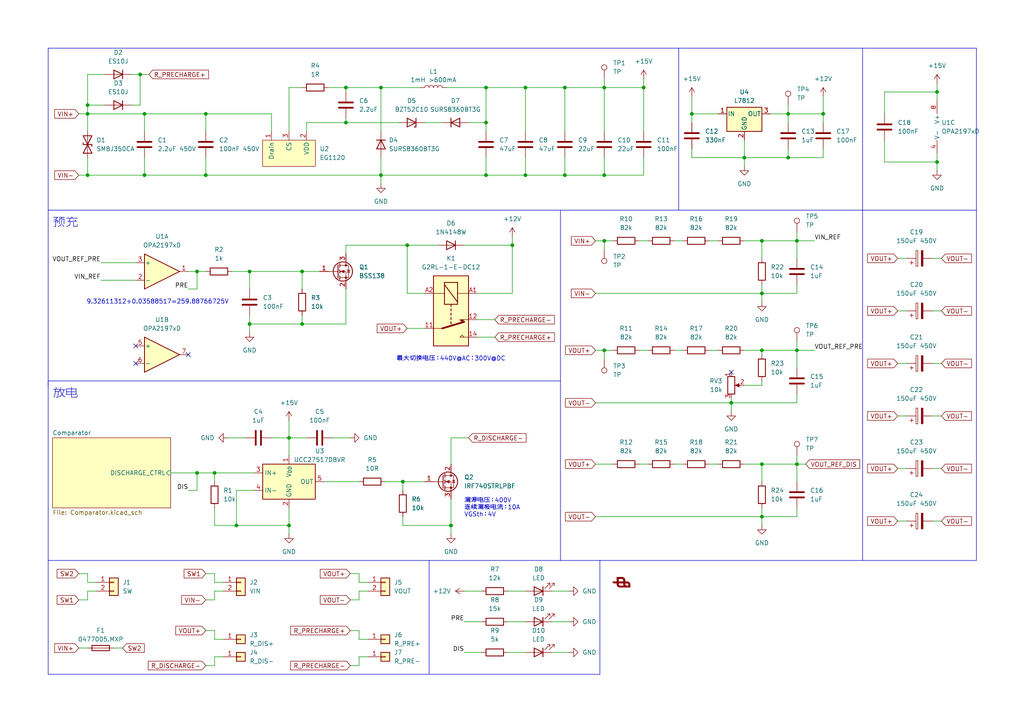
<source format=kicad_sch>
(kicad_sch (version 20250114) (generator "eeschema") (generator_version "9.0")
  (paper "A4")
  (title_block (title "Regen Clamp") (date "2025-08-06") (rev "1.1") (company "RLX-陈光炜"))
  (text "漏源电压：400V\n连续漏极电流：10A\nVGSth：4V" (at 134.62 147.32 0) (effects (font (size 1.27 1.27)) (justify left)))
  (text "预充" (at 19.05 64.77 0) (effects (font (size 2.54 2.54))))
  (text "9.32611312÷0.03588517=259.88766725V" (at 45.72 87.63 0) (effects (font (size 1.27 1.27))))
  (text "最大切换电压：440V@AC；300V@DC" (at 130.81 104.14 0) (effects (font (size 1.27 1.27))))
  (text "放电" (at 19.05 114.3 0) (effects (font (size 2.54 2.54))))
  (junction (at 140.97 35.56))
  (junction (at 130.81 152.4))
  (junction (at 212.09 116.84))
  (junction (at 25.4 33.02))
  (junction (at 72.39 93.98))
  (junction (at 59.69 33.02))
  (junction (at 231.14 134.62))
  (junction (at 116.84 139.7))
  (junction (at 140.97 50.8))
  (junction (at 220.98 69.85))
  (junction (at 271.78 26.67))
  (junction (at 228.6 33.02))
  (junction (at 110.49 50.8))
  (junction (at 148.59 71.12))
  (junction (at 163.83 50.8))
  (junction (at 140.97 25.4))
  (junction (at 25.4 50.8))
  (junction (at 87.63 78.74))
  (junction (at 200.66 33.02))
  (junction (at 72.39 78.74))
  (junction (at 186.69 25.4))
  (junction (at 175.26 69.85))
  (junction (at 41.91 50.8))
  (junction (at 163.83 25.4))
  (junction (at 57.15 137.16))
  (junction (at 57.15 78.74))
  (junction (at 231.14 101.6))
  (junction (at 220.98 149.86))
  (junction (at 175.26 101.6))
  (junction (at 68.58 152.4))
  (junction (at 83.82 127))
  (junction (at 175.26 50.8))
  (junction (at 59.69 50.8))
  (junction (at 152.4 50.8))
  (junction (at 271.78 46.99))
  (junction (at 62.23 137.16))
  (junction (at 110.49 25.4))
  (junction (at 118.11 71.12))
  (junction (at 238.76 33.02))
  (junction (at 25.4 30.48))
  (junction (at 83.82 152.4))
  (junction (at 175.26 25.4))
  (junction (at 100.33 25.4))
  (junction (at 100.33 35.56))
  (junction (at 220.98 85.09))
  (junction (at 231.14 69.85))
  (junction (at 87.63 93.98))
  (junction (at 220.98 101.6))
  (junction (at 40.64 21.59))
  (junction (at 228.6 45.72))
  (junction (at 215.9 45.72))
  (junction (at 220.98 134.62))
  (junction (at 152.4 25.4))
  (junction (at 41.91 33.02))
  (no_connect (at 212.09 107.95))
  (no_connect (at 39.37 100.33))
  (no_connect (at 39.37 105.41))
  (no_connect (at 54.61 102.87))
  (wire (pts (xy 116.84 139.7) (xy 116.84 142.24)))
  (wire (pts (xy 215.9 111.76) (xy 220.98 111.76)))
  (wire (pts (xy 148.59 68.58) (xy 148.59 71.12)))
  (wire (pts (xy 33.02 187.96) (xy 35.56 187.96)))
  (wire (pts (xy 231.14 69.85) (xy 231.14 74.93)))
  (wire (pts (xy 22.86 50.8) (xy 25.4 50.8)))
  (wire (pts (xy 38.1 21.59) (xy 40.64 21.59)))
  (wire (pts (xy 147.32 189.23) (xy 152.4 189.23)))
  (wire (pts (xy 100.33 73.66) (xy 100.33 71.12)))
  (wire (pts (xy 172.72 116.84) (xy 212.09 116.84)))
  (polyline (pts (xy 13.97 110.49) (xy 13.97 111.76)))
  (wire (pts (xy 231.14 134.62) (xy 231.14 139.7)))
  (wire (pts (xy 212.09 115.57) (xy 212.09 116.84)))
  (wire (pts (xy 104.14 193.04) (xy 104.14 190.5)))
  (wire (pts (xy 25.4 50.8) (xy 41.91 50.8)))
  (wire (pts (xy 160.02 171.45) (xy 165.1 171.45)))
  (wire (pts (xy 260.35 105.41) (xy 262.89 105.41)))
  (wire (pts (xy 40.64 21.59) (xy 43.18 21.59)))
  (wire (pts (xy 260.35 151.13) (xy 262.89 151.13)))
  (wire (pts (xy 111.76 139.7) (xy 116.84 139.7)))
  (polyline (pts (xy 162.56 60.96) (xy 162.56 162.56)))
  (wire (pts (xy 256.54 26.67) (xy 256.54 33.02)))
  (wire (pts (xy 87.63 78.74) (xy 92.71 78.74)))
  (wire (pts (xy 220.98 111.76) (xy 220.98 110.49)))
  (wire (pts (xy 152.4 50.8) (xy 140.97 50.8)))
  (wire (pts (xy 134.62 189.23) (xy 139.7 189.23)))
  (wire (pts (xy 72.39 83.82) (xy 72.39 78.74)))
  (wire (pts (xy 172.72 85.09) (xy 220.98 85.09)))
  (wire (pts (xy 140.97 25.4) (xy 140.97 35.56)))
  (wire (pts (xy 186.69 45.72) (xy 186.69 50.8)))
  (wire (pts (xy 83.82 38.1) (xy 83.82 25.4)))
  (polyline (pts (xy 13.97 195.58) (xy 173.99 195.58)))
  (wire (pts (xy 104.14 182.88) (xy 101.6 182.88)))
  (wire (pts (xy 271.78 24.13) (xy 271.78 26.67)))
  (wire (pts (xy 95.25 25.4) (xy 100.33 25.4)))
  (wire (pts (xy 62.23 193.04) (xy 62.23 190.5)))
  (wire (pts (xy 238.76 43.18) (xy 238.76 45.72)))
  (wire (pts (xy 110.49 25.4) (xy 110.49 38.1)))
  (wire (pts (xy 41.91 50.8) (xy 59.69 50.8)))
  (wire (pts (xy 123.19 35.56) (xy 128.27 35.56)))
  (wire (pts (xy 185.42 101.6) (xy 187.96 101.6)))
  (wire (pts (xy 270.51 90.17) (xy 273.05 90.17)))
  (wire (pts (xy 152.4 25.4) (xy 152.4 38.1)))
  (wire (pts (xy 256.54 46.99) (xy 271.78 46.99)))
  (wire (pts (xy 256.54 40.64) (xy 256.54 46.99)))
  (wire (pts (xy 73.66 142.24) (xy 68.58 142.24)))
  (wire (pts (xy 130.81 144.78) (xy 130.81 152.4)))
  (wire (pts (xy 260.35 90.17) (xy 262.89 90.17)))
  (wire (pts (xy 231.14 101.6) (xy 236.22 101.6)))
  (wire (pts (xy 25.4 168.91) (xy 25.4 166.37)))
  (wire (pts (xy 25.4 45.72) (xy 25.4 50.8)))
  (wire (pts (xy 148.59 85.09) (xy 138.43 85.09)))
  (wire (pts (xy 260.35 74.93) (xy 262.89 74.93)))
  (wire (pts (xy 118.11 95.25) (xy 123.19 95.25)))
  (polyline (pts (xy 250.19 13.97) (xy 250.19 60.96)))
  (wire (pts (xy 62.23 166.37) (xy 59.69 166.37)))
  (wire (pts (xy 88.9 38.1) (xy 88.9 35.56)))
  (polyline (pts (xy 13.97 13.97) (xy 13.97 195.58)))
  (wire (pts (xy 25.4 166.37) (xy 22.86 166.37)))
  (wire (pts (xy 100.33 34.29) (xy 100.33 35.56)))
  (wire (pts (xy 175.26 101.6) (xy 177.8 101.6)))
  (polyline (pts (xy 162.56 110.49) (xy 13.97 110.49)))
  (wire (pts (xy 238.76 45.72) (xy 228.6 45.72)))
  (wire (pts (xy 62.23 173.99) (xy 62.23 171.45)))
  (wire (pts (xy 25.4 33.02) (xy 41.91 33.02)))
  (wire (pts (xy 175.26 22.86) (xy 175.26 25.4)))
  (wire (pts (xy 228.6 35.56) (xy 228.6 33.02)))
  (wire (pts (xy 134.62 171.45) (xy 139.7 171.45)))
  (wire (pts (xy 175.26 50.8) (xy 163.83 50.8)))
  (wire (pts (xy 49.53 137.16) (xy 57.15 137.16)))
  (wire (pts (xy 195.58 101.6) (xy 198.12 101.6)))
  (wire (pts (xy 71.12 127) (xy 66.04 127)))
  (wire (pts (xy 62.23 185.42) (xy 62.23 182.88)))
  (wire (pts (xy 87.63 91.44) (xy 87.63 93.98)))
  (wire (pts (xy 195.58 134.62) (xy 198.12 134.62)))
  (wire (pts (xy 116.84 139.7) (xy 123.19 139.7)))
  (wire (pts (xy 100.33 35.56) (xy 115.57 35.56)))
  (wire (pts (xy 147.32 171.45) (xy 152.4 171.45)))
  (wire (pts (xy 172.72 149.86) (xy 220.98 149.86)))
  (wire (pts (xy 215.9 134.62) (xy 220.98 134.62)))
  (wire (pts (xy 62.23 137.16) (xy 62.23 139.7)))
  (wire (pts (xy 231.14 69.85) (xy 236.22 69.85)))
  (wire (pts (xy 220.98 101.6) (xy 215.9 101.6)))
  (wire (pts (xy 101.6 193.04) (xy 104.14 193.04)))
  (polyline (pts (xy 173.99 195.58) (xy 173.99 162.56)))
  (wire (pts (xy 83.82 25.4) (xy 87.63 25.4)))
  (wire (pts (xy 152.4 25.4) (xy 140.97 25.4)))
  (wire (pts (xy 147.32 180.34) (xy 152.4 180.34)))
  (wire (pts (xy 271.78 44.45) (xy 271.78 46.99)))
  (wire (pts (xy 54.61 142.24) (xy 57.15 142.24)))
  (wire (pts (xy 25.4 30.48) (xy 30.48 30.48)))
  (wire (pts (xy 25.4 33.02) (xy 25.4 38.1)))
  (wire (pts (xy 62.23 168.91) (xy 62.23 166.37)))
  (wire (pts (xy 54.61 83.82) (xy 57.15 83.82)))
  (wire (pts (xy 104.14 166.37) (xy 101.6 166.37)))
  (wire (pts (xy 100.33 83.82) (xy 100.33 93.98)))
  (wire (pts (xy 220.98 147.32) (xy 220.98 149.86)))
  (wire (pts (xy 83.82 147.32) (xy 83.82 152.4)))
  (wire (pts (xy 220.98 134.62) (xy 220.98 139.7)))
  (wire (pts (xy 104.14 168.91) (xy 104.14 166.37)))
  (wire (pts (xy 104.14 190.5) (xy 106.68 190.5)))
  (wire (pts (xy 260.35 135.89) (xy 262.89 135.89)))
  (wire (pts (xy 163.83 25.4) (xy 163.83 38.1)))
  (wire (pts (xy 271.78 26.67) (xy 271.78 29.21)))
  (wire (pts (xy 200.66 33.02) (xy 200.66 35.56)))
  (wire (pts (xy 175.26 25.4) (xy 163.83 25.4)))
  (wire (pts (xy 68.58 152.4) (xy 83.82 152.4)))
  (wire (pts (xy 163.83 25.4) (xy 152.4 25.4)))
  (wire (pts (xy 62.23 190.5) (xy 64.77 190.5)))
  (wire (pts (xy 152.4 45.72) (xy 152.4 50.8)))
  (wire (pts (xy 54.61 78.74) (xy 57.15 78.74)))
  (wire (pts (xy 231.14 114.3) (xy 231.14 116.84)))
  (wire (pts (xy 25.4 171.45) (xy 27.94 171.45)))
  (wire (pts (xy 143.51 97.79) (xy 138.43 97.79)))
  (wire (pts (xy 134.62 180.34) (xy 139.7 180.34)))
  (wire (pts (xy 186.69 25.4) (xy 175.26 25.4)))
  (wire (pts (xy 215.9 69.85) (xy 220.98 69.85)))
  (wire (pts (xy 38.1 30.48) (xy 40.64 30.48)))
  (wire (pts (xy 256.54 26.67) (xy 271.78 26.67)))
  (wire (pts (xy 118.11 71.12) (xy 118.11 85.09)))
  (wire (pts (xy 238.76 27.94) (xy 238.76 33.02)))
  (wire (pts (xy 140.97 45.72) (xy 140.97 50.8)))
  (wire (pts (xy 200.66 45.72) (xy 215.9 45.72)))
  (polyline (pts (xy 13.97 13.97) (xy 283.21 13.97)))
  (wire (pts (xy 25.4 173.99) (xy 25.4 171.45)))
  (wire (pts (xy 228.6 30.48) (xy 228.6 33.02)))
  (wire (pts (xy 116.84 152.4) (xy 130.81 152.4)))
  (wire (pts (xy 106.68 185.42) (xy 104.14 185.42)))
  (wire (pts (xy 220.98 69.85) (xy 220.98 74.93)))
  (wire (pts (xy 200.66 27.94) (xy 200.66 33.02)))
  (wire (pts (xy 185.42 69.85) (xy 187.96 69.85)))
  (wire (pts (xy 41.91 33.02) (xy 41.91 38.1)))
  (wire (pts (xy 57.15 78.74) (xy 59.69 78.74)))
  (wire (pts (xy 110.49 50.8) (xy 110.49 53.34)))
  (wire (pts (xy 123.19 85.09) (xy 118.11 85.09)))
  (wire (pts (xy 59.69 33.02) (xy 78.74 33.02)))
  (wire (pts (xy 270.51 135.89) (xy 273.05 135.89)))
  (wire (pts (xy 270.51 120.65) (xy 273.05 120.65)))
  (wire (pts (xy 172.72 69.85) (xy 175.26 69.85)))
  (wire (pts (xy 40.64 21.59) (xy 40.64 30.48)))
  (wire (pts (xy 148.59 71.12) (xy 148.59 85.09)))
  (wire (pts (xy 104.14 171.45) (xy 106.68 171.45)))
  (wire (pts (xy 27.94 168.91) (xy 25.4 168.91)))
  (wire (pts (xy 101.6 173.99) (xy 104.14 173.99)))
  (wire (pts (xy 59.69 45.72) (xy 59.69 50.8)))
  (wire (pts (xy 22.86 173.99) (xy 25.4 173.99)))
  (wire (pts (xy 87.63 78.74) (xy 87.63 83.82)))
  (wire (pts (xy 238.76 33.02) (xy 238.76 35.56)))
  (wire (pts (xy 228.6 43.18) (xy 228.6 45.72)))
  (wire (pts (xy 220.98 85.09) (xy 220.98 87.63)))
  (wire (pts (xy 59.69 33.02) (xy 59.69 38.1)))
  (wire (pts (xy 163.83 50.8) (xy 152.4 50.8)))
  (wire (pts (xy 140.97 35.56) (xy 140.97 38.1)))
  (wire (pts (xy 135.89 35.56) (xy 140.97 35.56)))
  (wire (pts (xy 148.59 71.12) (xy 134.62 71.12)))
  (wire (pts (xy 104.14 185.42) (xy 104.14 182.88)))
  (wire (pts (xy 231.14 147.32) (xy 231.14 149.86)))
  (wire (pts (xy 212.09 116.84) (xy 231.14 116.84)))
  (wire (pts (xy 220.98 134.62) (xy 231.14 134.62)))
  (wire (pts (xy 220.98 149.86) (xy 231.14 149.86)))
  (wire (pts (xy 62.23 182.88) (xy 59.69 182.88)))
  (wire (pts (xy 64.77 168.91) (xy 62.23 168.91)))
  (wire (pts (xy 186.69 38.1) (xy 186.69 25.4)))
  (wire (pts (xy 100.33 25.4) (xy 100.33 26.67)))
  (wire (pts (xy 72.39 78.74) (xy 87.63 78.74)))
  (wire (pts (xy 106.68 168.91) (xy 104.14 168.91)))
  (wire (pts (xy 100.33 71.12) (xy 118.11 71.12)))
  (wire (pts (xy 29.21 81.28) (xy 39.37 81.28)))
  (wire (pts (xy 175.26 69.85) (xy 175.26 72.39)))
  (wire (pts (xy 110.49 45.72) (xy 110.49 50.8)))
  (wire (pts (xy 96.52 127) (xy 101.6 127)))
  (wire (pts (xy 220.98 101.6) (xy 231.14 101.6)))
  (wire (pts (xy 129.54 25.4) (xy 140.97 25.4)))
  (wire (pts (xy 59.69 193.04) (xy 62.23 193.04)))
  (polyline (pts (xy 173.99 162.56) (xy 283.21 162.56)))
  (wire (pts (xy 67.31 78.74) (xy 72.39 78.74)))
  (wire (pts (xy 83.82 121.92) (xy 83.82 127)))
  (wire (pts (xy 195.58 69.85) (xy 198.12 69.85)))
  (wire (pts (xy 270.51 74.93) (xy 273.05 74.93)))
  (wire (pts (xy 110.49 25.4) (xy 121.92 25.4)))
  (wire (pts (xy 175.26 69.85) (xy 177.8 69.85)))
  (wire (pts (xy 205.74 69.85) (xy 208.28 69.85)))
  (wire (pts (xy 220.98 85.09) (xy 231.14 85.09)))
  (polyline (pts (xy 124.46 162.56) (xy 124.46 195.58)))
  (wire (pts (xy 270.51 105.41) (xy 273.05 105.41)))
  (wire (pts (xy 59.69 50.8) (xy 110.49 50.8)))
  (wire (pts (xy 57.15 142.24) (xy 57.15 137.16)))
  (wire (pts (xy 25.4 30.48) (xy 25.4 33.02)))
  (wire (pts (xy 231.14 67.31) (xy 231.14 69.85)))
  (wire (pts (xy 175.26 101.6) (xy 175.26 104.14)))
  (wire (pts (xy 116.84 149.86) (xy 116.84 152.4)))
  (wire (pts (xy 231.14 82.55) (xy 231.14 85.09)))
  (wire (pts (xy 64.77 185.42) (xy 62.23 185.42)))
  (wire (pts (xy 143.51 92.71) (xy 138.43 92.71)))
  (wire (pts (xy 215.9 45.72) (xy 215.9 48.26)))
  (wire (pts (xy 220.98 101.6) (xy 220.98 102.87)))
  (wire (pts (xy 220.98 69.85) (xy 231.14 69.85)))
  (wire (pts (xy 231.14 132.08) (xy 231.14 134.62)))
  (wire (pts (xy 228.6 33.02) (xy 238.76 33.02)))
  (wire (pts (xy 57.15 83.82) (xy 57.15 78.74)))
  (wire (pts (xy 172.72 134.62) (xy 177.8 134.62)))
  (wire (pts (xy 130.81 152.4) (xy 130.81 154.94)))
  (wire (pts (xy 62.23 152.4) (xy 68.58 152.4)))
  (wire (pts (xy 200.66 43.18) (xy 200.66 45.72)))
  (wire (pts (xy 57.15 137.16) (xy 62.23 137.16)))
  (wire (pts (xy 228.6 45.72) (xy 215.9 45.72)))
  (wire (pts (xy 93.98 139.7) (xy 104.14 139.7)))
  (wire (pts (xy 100.33 93.98) (xy 87.63 93.98)))
  (wire (pts (xy 160.02 180.34) (xy 165.1 180.34)))
  (wire (pts (xy 175.26 38.1) (xy 175.26 25.4)))
  (wire (pts (xy 83.82 152.4) (xy 83.82 154.94)))
  (wire (pts (xy 29.21 76.2) (xy 39.37 76.2)))
  (wire (pts (xy 205.74 101.6) (xy 208.28 101.6)))
  (wire (pts (xy 25.4 21.59) (xy 25.4 30.48)))
  (wire (pts (xy 83.82 127) (xy 88.9 127)))
  (wire (pts (xy 260.35 120.65) (xy 262.89 120.65)))
  (wire (pts (xy 135.89 127) (xy 130.81 127)))
  (wire (pts (xy 175.26 45.72) (xy 175.26 50.8)))
  (wire (pts (xy 231.14 101.6) (xy 231.14 106.68)))
  (wire (pts (xy 130.81 127) (xy 130.81 134.62)))
  (polyline (pts (xy 283.21 162.56) (xy 283.21 13.97)))
  (wire (pts (xy 41.91 45.72) (xy 41.91 50.8)))
  (wire (pts (xy 78.74 38.1) (xy 78.74 33.02)))
  (wire (pts (xy 41.91 33.02) (xy 59.69 33.02)))
  (wire (pts (xy 140.97 50.8) (xy 110.49 50.8)))
  (wire (pts (xy 228.6 33.02) (xy 223.52 33.02)))
  (wire (pts (xy 160.02 189.23) (xy 165.1 189.23)))
  (wire (pts (xy 100.33 25.4) (xy 110.49 25.4)))
  (wire (pts (xy 127 71.12) (xy 118.11 71.12)))
  (polyline (pts (xy 13.97 162.56) (xy 173.99 162.56)))
  (wire (pts (xy 186.69 22.86) (xy 186.69 25.4)))
  (polyline (pts (xy 13.97 60.96) (xy 283.21 60.96)))
  (wire (pts (xy 271.78 46.99) (xy 271.78 49.53)))
  (wire (pts (xy 231.14 134.62) (xy 233.68 134.62)))
  (wire (pts (xy 186.69 50.8) (xy 175.26 50.8)))
  (wire (pts (xy 22.86 187.96) (xy 25.4 187.96)))
  (wire (pts (xy 72.39 91.44) (xy 72.39 93.98)))
  (wire (pts (xy 163.83 45.72) (xy 163.83 50.8)))
  (wire (pts (xy 72.39 93.98) (xy 87.63 93.98)))
  (wire (pts (xy 78.74 127) (xy 83.82 127)))
  (wire (pts (xy 22.86 33.02) (xy 25.4 33.02)))
  (wire (pts (xy 62.23 171.45) (xy 64.77 171.45)))
  (wire (pts (xy 220.98 82.55) (xy 220.98 85.09)))
  (wire (pts (xy 68.58 142.24) (xy 68.58 152.4)))
  (wire (pts (xy 59.69 173.99) (xy 62.23 173.99)))
  (wire (pts (xy 25.4 21.59) (xy 30.48 21.59)))
  (polyline (pts (xy 196.85 13.97) (xy 196.85 60.96)))
  (wire (pts (xy 212.09 116.84) (xy 212.09 119.38)))
  (wire (pts (xy 83.82 127) (xy 83.82 132.08)))
  (wire (pts (xy 215.9 40.64) (xy 215.9 45.72)))
  (wire (pts (xy 62.23 147.32) (xy 62.23 152.4)))
  (wire (pts (xy 200.66 33.02) (xy 208.28 33.02)))
  (wire (pts (xy 72.39 93.98) (xy 72.39 96.52)))
  (wire (pts (xy 172.72 101.6) (xy 175.26 101.6)))
  (wire (pts (xy 88.9 35.56) (xy 100.33 35.56)))
  (polyline (pts (xy 250.19 60.96) (xy 250.19 162.56)))
  (wire (pts (xy 270.51 151.13) (xy 273.05 151.13)))
  (wire (pts (xy 231.14 99.06) (xy 231.14 101.6)))
  (wire (pts (xy 185.42 134.62) (xy 187.96 134.62)))
  (wire (pts (xy 205.74 134.62) (xy 208.28 134.62)))
  (wire (pts (xy 220.98 149.86) (xy 220.98 152.4)))
  (wire (pts (xy 104.14 173.99) (xy 104.14 171.45)))
  (wire (pts (xy 62.23 137.16) (xy 73.66 137.16)))
  (label "VOUT_REF_PRE" (at 29.21 76.2 180))
  (label "VIN_REF" (at 29.21 81.28 180))
  (label "PRE" (at 134.62 180.34 180))
  (label "DIS" (at 54.61 142.24 180))
  (label "PRE" (at 54.61 83.82 180))
  (label "DIS" (at 134.62 189.23 180))
  (label "VOUT_REF_PRE" (at 236.22 101.6 0))
  (label "VIN_REF" (at 236.22 69.85 0))
  (global_label "VOUT-" (shape input) (at 273.05 151.13 0) (property "Intersheetrefs" "${INTERSHEET_REFS}" (effects (hide yes))))
  (global_label "VIN+" (shape input) (at 22.86 187.96 180) (property "Intersheetrefs" "${INTERSHEET_REFS}" (effects (hide yes))))
  (global_label "VOUT+" (shape input) (at 260.35 74.93 180) (property "Intersheetrefs" "${INTERSHEET_REFS}" (effects (hide yes))))
  (global_label "VOUT-" (shape input) (at 273.05 120.65 0) (property "Intersheetrefs" "${INTERSHEET_REFS}" (effects (hide yes))))
  (global_label "VOUT-" (shape input) (at 101.6 173.99 180) (property "Intersheetrefs" "${INTERSHEET_REFS}" (effects (hide yes))))
  (global_label "VOUT+" (shape input) (at 260.35 90.17 180) (property "Intersheetrefs" "${INTERSHEET_REFS}" (effects (hide yes))))
  (global_label "VOUT-" (shape input) (at 273.05 135.89 0) (property "Intersheetrefs" "${INTERSHEET_REFS}" (effects (hide yes))))
  (global_label "VOUT_REF_DIS" (shape input) (at 233.68 134.62 0) (property "Intersheetrefs" "${INTERSHEET_REFS}" (effects (hide yes))))
  (global_label "R_DISCHARGE-" (shape input) (at 59.69 193.04 180) (property "Intersheetrefs" "${INTERSHEET_REFS}" (effects (hide yes))))
  (global_label "VIN+" (shape input) (at 22.86 33.02 180) (property "Intersheetrefs" "${INTERSHEET_REFS}" (effects (hide yes))))
  (global_label "R_DISCHARGE-" (shape input) (at 135.89 127 0) (property "Intersheetrefs" "${INTERSHEET_REFS}" (effects (hide yes))))
  (global_label "R_PRECHARGE-" (shape input) (at 143.51 92.71 0) (property "Intersheetrefs" "${INTERSHEET_REFS}" (effects (hide yes))))
  (global_label "VOUT-" (shape input) (at 172.72 116.84 180) (property "Intersheetrefs" "${INTERSHEET_REFS}" (effects (hide yes))))
  (global_label "VOUT+" (shape input) (at 260.35 151.13 180) (property "Intersheetrefs" "${INTERSHEET_REFS}" (effects (hide yes))))
  (global_label "VOUT+" (shape input) (at 260.35 105.41 180) (property "Intersheetrefs" "${INTERSHEET_REFS}" (effects (hide yes))))
  (global_label "VOUT+" (shape input) (at 260.35 135.89 180) (property "Intersheetrefs" "${INTERSHEET_REFS}" (effects (hide yes))))
  (global_label "R_PRECHARGE+" (shape input) (at 143.51 97.79 0) (property "Intersheetrefs" "${INTERSHEET_REFS}" (effects (hide yes))))
  (global_label "R_PRECHARGE-" (shape input) (at 101.6 193.04 180) (property "Intersheetrefs" "${INTERSHEET_REFS}" (effects (hide yes))))
  (global_label "R_PRECHARGE+" (shape input) (at 101.6 182.88 180) (property "Intersheetrefs" "${INTERSHEET_REFS}" (effects (hide yes))))
  (global_label "VIN-" (shape input) (at 22.86 50.8 180) (property "Intersheetrefs" "${INTERSHEET_REFS}" (effects (hide yes))))
  (global_label "SW1" (shape input) (at 22.86 173.99 180) (property "Intersheetrefs" "${INTERSHEET_REFS}" (effects (hide yes))))
  (global_label "VOUT+" (shape input) (at 172.72 134.62 180) (property "Intersheetrefs" "${INTERSHEET_REFS}" (effects (hide yes))))
  (global_label "VOUT+" (shape input) (at 118.11 95.25 180) (property "Intersheetrefs" "${INTERSHEET_REFS}" (effects (hide yes))))
  (global_label "VOUT+" (shape input) (at 59.69 182.88 180) (property "Intersheetrefs" "${INTERSHEET_REFS}" (effects (hide yes))))
  (global_label "VIN+" (shape input) (at 172.72 69.85 180) (property "Intersheetrefs" "${INTERSHEET_REFS}" (effects (hide yes))))
  (global_label "VIN-" (shape input) (at 59.69 173.99 180) (property "Intersheetrefs" "${INTERSHEET_REFS}" (effects (hide yes))))
  (global_label "SW2" (shape input) (at 22.86 166.37 180) (property "Intersheetrefs" "${INTERSHEET_REFS}" (effects (hide yes))))
  (global_label "VOUT-" (shape input) (at 273.05 90.17 0) (property "Intersheetrefs" "${INTERSHEET_REFS}" (effects (hide yes))))
  (global_label "VIN-" (shape input) (at 172.72 85.09 180) (property "Intersheetrefs" "${INTERSHEET_REFS}" (effects (hide yes))))
  (global_label "R_PRECHARGE+" (shape input) (at 43.18 21.59 0) (property "Intersheetrefs" "${INTERSHEET_REFS}" (effects (hide yes))))
  (global_label "VOUT+" (shape input) (at 101.6 166.37 180) (property "Intersheetrefs" "${INTERSHEET_REFS}" (effects (hide yes))))
  (global_label "SW1" (shape input) (at 59.69 166.37 180) (property "Intersheetrefs" "${INTERSHEET_REFS}" (effects (hide yes))))
  (global_label "VOUT+" (shape input) (at 260.35 120.65 180) (property "Intersheetrefs" "${INTERSHEET_REFS}" (effects (hide yes))))
  (global_label "VOUT-" (shape input) (at 273.05 105.41 0) (property "Intersheetrefs" "${INTERSHEET_REFS}" (effects (hide yes))))
  (global_label "VOUT-" (shape input) (at 273.05 74.93 0) (property "Intersheetrefs" "${INTERSHEET_REFS}" (effects (hide yes))))
  (global_label "VOUT-" (shape input) (at 172.72 149.86 180) (property "Intersheetrefs" "${INTERSHEET_REFS}" (effects (hide yes))))
  (global_label "SW2" (shape input) (at 35.56 187.96 0) (property "Intersheetrefs" "${INTERSHEET_REFS}" (effects (hide yes))))
  (global_label "VOUT+" (shape input) (at 172.72 101.6 180) (property "Intersheetrefs" "${INTERSHEET_REFS}" (effects (hide yes))))
  (symbol (lib_id "Device:R") (at 63.5 78.74 90) (unit 1)
    (property "Reference" "R2" (at 63.5 72.39 90))
    (property "Value" "1k" (at 63.5 74.93 90))
    (property "Footprint" "Resistor_SMD:R_0402_1005Metric" (effects (hide yes)))
    (property "Description" "Resistor" (effects (hide yes)))
    (property "mpn" "C122969" (effects (hide yes)))
    (property "Price" "0.1063" (effects (hide yes)))
  )
  (symbol (lib_id "Device:C") (at 186.69 41.91 0) (unit 1)
    (property "Reference" "C11" (at 190.5 40.6399 0) (effects (justify left)))
    (property "Value" "100nF" (at 190.5 43.1799 0) (effects (justify left)))
    (property "Footprint" "Capacitor_SMD:C_0402_1005Metric" (effects (hide yes)))
    (property "Description" "Unpolarized capacitor" (effects (hide yes)))
  )
  (symbol (lib_id "Device:C_Polarized") (at 266.7 135.89 90) (unit 1)
    (property "Reference" "C23" (at 265.811 128.27 90))
    (property "Value" "150uF 450V" (at 265.811 130.81 90))
    (property "Footprint" "Capacitor_THT:CP_Radial_D18.0mm_P7.50mm" (effects (hide yes)))
    (property "Description" "Polarized capacitor" (effects (hide yes)))
  )
  (symbol (lib_id "power:GND") (at 220.98 152.4 0) (unit 1)
    (property "Reference" "#PWR018" (effects (hide yes)))
    (property "Value" "GND" (at 220.98 157.48 0))
    (property "Description" "Power symbol creates a global label with name \"GND\" , ground" (effects (hide yes)))
  )
  (symbol (lib_id "Device:C") (at 231.14 78.74 0) (unit 1)
    (property "Reference" "C14" (at 234.95 77.4699 0) (effects (justify left)))
    (property "Value" "1uF" (at 234.95 80.0099 0) (effects (justify left)))
    (property "Footprint" "Capacitor_SMD:C_0402_1005Metric" (effects (hide yes)))
    (property "Description" "Unpolarized capacitor" (effects (hide yes)))
    (property "mpn" "C1530" (effects (hide yes)))
    (property "Price" "0.00551" (effects (hide yes)))
  )
  (symbol (lib_id "power:GND") (at 72.39 96.52 0) (unit 1)
    (property "Reference" "#PWR02" (effects (hide yes)))
    (property "Value" "GND" (at 72.39 101.6 0))
    (property "Description" "Power symbol creates a global label with name \"GND\" , ground" (effects (hide yes)))
  )
  (symbol (lib_id "Device:R") (at 181.61 101.6 90) (unit 1)
    (property "Reference" "R11" (at 181.61 95.25 90))
    (property "Value" "82k" (at 181.61 97.79 90))
    (property "Footprint" "Resistor_SMD:R_2512_6332Metric" (effects (hide yes)))
    (property "Description" "Resistor" (effects (hide yes)))
    (property "mpn" "C723482" (effects (hide yes)))
    (property "Price" "0.2523" (effects (hide yes)))
  )
  (symbol (lib_id "power:GND") (at 165.1 180.34 90) (unit 1)
    (property "Reference" "#PWR011" (effects (hide yes)))
    (property "Value" "GND" (at 168.91 180.3399 90) (effects (justify right)))
    (property "Description" "Power symbol creates a global label with name \"GND\" , ground" (effects (hide yes)))
  )
  (symbol (lib_id "Device:R") (at 220.98 143.51 180) (unit 1)
    (property "Reference" "R24" (at 223.52 142.2399 0) (effects (justify right)))
    (property "Value" "10k" (at 223.52 144.7799 0) (effects (justify right)))
    (property "Footprint" "Resistor_SMD:R_1206_3216Metric" (effects (hide yes)))
    (property "Description" "Resistor" (effects (hide yes)))
    (property "mpn" "C870718" (effects (hide yes)))
    (property "Price" "0.2523" (effects (hide yes)))
  )
  (symbol (lib_id "Device:R") (at 191.77 101.6 90) (unit 1)
    (property "Reference" "R14" (at 191.77 95.25 90))
    (property "Value" "82k" (at 191.77 97.79 90))
    (property "Footprint" "Resistor_SMD:R_2512_6332Metric" (effects (hide yes)))
    (property "Description" "Resistor" (effects (hide yes)))
    (property "mpn" "C723482" (effects (hide yes)))
    (property "Price" "0.2523" (effects (hide yes)))
  )
  (symbol (lib_id "Device:LED") (at 156.21 180.34 180) (unit 1)
    (property "Reference" "D9" (at 156.21 173.99 0))
    (property "Value" "LED" (at 156.21 176.53 0))
    (property "Footprint" "LED_SMD:LED_0603_1608Metric" (effects (hide yes)))
    (property "Description" "Light emitting diode" (effects (hide yes)))
    (property "Sim.Pins" "1=K 2=A" (effects (hide yes)))
  )
  (symbol (lib_id "Device:D") (at 132.08 35.56 0) (unit 1)
    (property "Reference" "D7" (at 132.08 29.21 0))
    (property "Value" "SURS8360BT3G" (at 132.08 31.75 0))
    (property "Footprint" "Diode_SMD:D_SMB" (effects (hide yes)))
    (property "Description" "Diode" (effects (hide yes)))
    (property "Sim.Device" "D" (effects (hide yes)))
    (property "Sim.Pins" "1=K 2=A" (effects (hide yes)))
  )
  (symbol (lib_id "Device:C") (at 163.83 41.91 0) (unit 1)
    (property "Reference" "C9" (at 167.64 40.6399 0) (effects (justify left)))
    (property "Value" "22uF" (at 167.64 43.1799 0) (effects (justify left)))
    (property "Footprint" "Capacitor_SMD:C_0805_2012Metric" (effects (hide yes)))
    (property "Description" "Unpolarized capacitor 25V" (effects (hide yes)))
  )
  (symbol (lib_id "Transistor_FET:BSS138") (at 97.79 78.74 0) (unit 1)
    (property "Reference" "Q1" (at 104.14 77.4699 0) (effects (justify left)))
    (property "Value" "BSS138" (at 104.14 80.0099 0) (effects (justify left)))
    (property "Footprint" "Package_TO_SOT_SMD:SOT-23" (effects (hide yes)))
    (property "Datasheet" "https://www.onsemi.com/pub/Collateral/BSS138-D.PDF" (effects (hide yes)))
    (property "Description" "50V Vds, 0.22A Id, N-Channel MOSFET, SOT-23" (effects (hide yes)))
  )
  (symbol (lib_id "Device:D") (at 34.29 21.59 180) (unit 1)
    (property "Reference" "D2" (at 34.29 15.24 0))
    (property "Value" "ES10J" (at 34.29 17.78 0))
    (property "Footprint" "Diode_SMD:D_SMC" (effects (hide yes)))
    (property "Description" "Diode" (effects (hide yes)))
    (property "Sim.Device" "D" (effects (hide yes)))
    (property "Sim.Pins" "1=K 2=A" (effects (hide yes)))
  )
  (symbol (lib_id "Connector_Generic:Conn_01x01") (at 69.85 185.42 0) (unit 1)
    (property "Reference" "J3" (at 72.39 184.1499 0) (effects (justify left)))
    (property "Value" "R_DIS+" (at 72.39 186.6899 0) (effects (justify left)))
    (property "Footprint" "GWGG:T44001" (effects (hide yes)))
    (property "Description" "Generic connector, single row, 01x01, script generated (kicad-library-utils/schlib/autogen/connector/)" (effects (hide yes)))
  )
  (symbol (lib_id "Relay:G2RL-1-E") (at 130.81 90.17 270) (unit 1)
    (property "Reference" "K1" (at 130.81 74.93 90))
    (property "Value" "G2RL-1-E-DC12" (at 130.81 77.47 90))
    (property "Footprint" "Relay_THT:Relay_SPDT_Omron_G2RL-1-E" (effects (hide yes)))
    (property "Datasheet" "https://omronfs.omron.com/en_US/ecb/products/pdf/en-g2rl.pdf" (effects (hide yes)))
    (property "Description" "General Purpose Low Profile Relay SPDT Through Hole High Capacity, Omron G2RL series, 16A 250VAC" (effects (hide yes)))
  )
  (symbol (lib_id "Amplifier_Operational:OPA2197xD") (at 46.99 102.87 0) (unit 2)
    (property "Reference" "U1" (at 46.99 92.71 0))
    (property "Value" "OPA2197xD" (at 46.99 95.25 0))
    (property "Footprint" "Package_SO:SOIC-8_3.9x4.9mm_P1.27mm" (effects (hide yes)))
    (property "Datasheet" "http://www.ti.com/lit/ds/symlink/opa2197.pdf" (effects (hide yes)))
    (property "Description" "Dual 36V, Precision, Rail-to-Rail Input/Output, Low Offset Voltage, Operational Amplifier, SOIC-8" (effects (hide yes)))
  )
  (symbol (lib_id "power:+12V") (at 238.76 27.94 0) (unit 1)
    (property "Reference" "#PWR019" (effects (hide yes)))
    (property "Value" "+12V" (at 238.76 22.86 0))
    (property "Description" "Power symbol creates a global label with name \"+12V\"" (effects (hide yes)))
  )
  (symbol (lib_id "GWGG:UCC27517DBVR") (at 83.82 139.7 0) (unit 1)
    (property "Reference" "U3" (at 92.71 130.81 0))
    (property "Value" "UCC27517DBVR" (at 92.71 133.35 0))
    (property "Footprint" "Package_TO_SOT_SMD:SOT-23-5" (effects (hide yes)))
  )
  (symbol (lib_id "Device:C") (at 200.66 39.37 180) (unit 1)
    (property "Reference" "C12" (at 204.47 38.0999 0) (effects (justify right)))
    (property "Value" "330nF" (at 204.47 40.6399 0) (effects (justify right)))
    (property "Footprint" "Capacitor_SMD:C_0603_1608Metric" (effects (hide yes)))
    (property "Description" "Unpolarized capacitor" (effects (hide yes)))
  )
  (symbol (lib_id "power:GND") (at 130.81 154.94 0) (unit 1)
    (property "Reference" "#PWR07" (effects (hide yes)))
    (property "Value" "GND" (at 130.81 160.02 0))
    (property "Description" "Power symbol creates a global label with name \"GND\" , ground" (effects (hide yes)))
  )
  (symbol (lib_id "Connector_Generic:Conn_01x01") (at 69.85 190.5 0) (unit 1)
    (property "Reference" "J4" (at 72.39 189.2299 0) (effects (justify left)))
    (property "Value" "R_DIS-" (at 72.39 191.7699 0) (effects (justify left)))
    (property "Footprint" "GWGG:T44001" (effects (hide yes)))
    (property "Description" "Generic connector, single row, 01x01, script generated (kicad-library-utils/schlib/autogen/connector/)" (effects (hide yes)))
  )
  (symbol (lib_id "Device:C_Polarized") (at 266.7 74.93 90) (unit 1)
    (property "Reference" "C19" (at 265.811 67.31 90))
    (property "Value" "150uF 450V" (at 265.811 69.85 90))
    (property "Footprint" "Capacitor_THT:CP_Radial_D18.0mm_P7.50mm" (effects (hide yes)))
    (property "Description" "Polarized capacitor" (effects (hide yes)))
  )
  (symbol (lib_id "Device:D_Zener") (at 119.38 35.56 180) (unit 1)
    (property "Reference" "D5" (at 119.38 29.21 0))
    (property "Value" "BZT52C10" (at 119.38 31.75 0))
    (property "Footprint" "Diode_SMD:D_SOD-123" (effects (hide yes)))
    (property "Description" "Zener diode" (effects (hide yes)))
  )
  (symbol (lib_id "Device:R") (at 143.51 171.45 90) (unit 1)
    (property "Reference" "R7" (at 143.51 165.1 90))
    (property "Value" "12k" (at 143.51 167.64 90))
    (property "Footprint" "Resistor_SMD:R_0402_1005Metric" (effects (hide yes)))
    (property "Description" "Resistor" (effects (hide yes)))
    (property "mpn" "C122969" (effects (hide yes)))
    (property "Price" "0.1063" (effects (hide yes)))
  )
  (symbol (lib_id "Device:R") (at 220.98 78.74 180) (unit 1)
    (property "Reference" "R22" (at 223.52 77.4699 0) (effects (justify right)))
    (property "Value" "10k" (at 223.52 80.0099 0) (effects (justify right)))
    (property "Footprint" "Resistor_SMD:R_1206_3216Metric" (effects (hide yes)))
    (property "Description" "Resistor" (effects (hide yes)))
    (property "mpn" "C870718" (effects (hide yes)))
    (property "Price" "0.2523" (effects (hide yes)))
  )
  (symbol (lib_id "power:GND") (at 212.09 119.38 0) (unit 1)
    (property "Reference" "#PWR017" (effects (hide yes)))
    (property "Value" "GND" (at 212.09 124.46 0))
    (property "Description" "Power symbol creates a global label with name \"GND\" , ground" (effects (hide yes)))
  )
  (symbol (lib_id "power:+15V") (at 200.66 27.94 0) (unit 1)
    (property "Reference" "#PWR014" (effects (hide yes)))
    (property "Value" "+15V" (at 200.66 22.86 0))
    (property "Description" "Power symbol creates a global label with name \"+15V\"" (effects (hide yes)))
  )
  (symbol (lib_id "Device:Fuse") (at 29.21 187.96 90) (unit 1)
    (property "Reference" "F1" (at 29.21 182.88 90))
    (property "Value" "0477005.MXP" (at 29.21 185.42 90))
    (property "Footprint" "GWGG:0477005.MXP" (effects (hide yes)))
    (property "Description" "Fuse" (effects (hide yes)))
  )
  (symbol (lib_id "Connector_Generic:Conn_01x02") (at 111.76 168.91 0) (unit 1)
    (property "Reference" "J5" (at 114.3 168.9099 0) (effects (justify left)))
    (property "Value" "VOUT" (at 114.3 171.4499 0) (effects (justify left)))
    (property "Footprint" "GWGG:WJ500V-5.08-2P" (effects (hide yes)))
    (property "Description" "Generic connector, single row, 01x02, script generated (kicad-library-utils/schlib/autogen/connector/)" (effects (hide yes)))
  )
  (symbol (lib_id "Device:D_TVS") (at 25.4 41.91 90) (unit 1)
    (property "Reference" "D1" (at 27.94 40.6399 90) (effects (justify right)))
    (property "Value" "SMBJ350CA" (at 27.94 43.1799 90) (effects (justify right)))
    (property "Footprint" "Diode_SMD:D_SMB" (effects (hide yes)))
    (property "Description" "Bidirectional transient-voltage-suppression diode" (effects (hide yes)))
  )
  (symbol (lib_id "Device:R") (at 191.77 69.85 90) (unit 1)
    (property "Reference" "R13" (at 191.77 63.5 90))
    (property "Value" "82k" (at 191.77 66.04 90))
    (property "Footprint" "Resistor_SMD:R_2512_6332Metric" (effects (hide yes)))
    (property "Description" "Resistor" (effects (hide yes)))
    (property "mpn" "C723482" (effects (hide yes)))
    (property "Price" "0.2523" (effects (hide yes)))
  )
  (symbol (lib_id "Device:C") (at 175.26 41.91 0) (unit 1)
    (property "Reference" "C10" (at 179.07 40.6399 0) (effects (justify left)))
    (property "Value" "22uF" (at 179.07 43.1799 0) (effects (justify left)))
    (property "Footprint" "Capacitor_SMD:C_0805_2012Metric" (effects (hide yes)))
    (property "Description" "Unpolarized capacitor 25V" (effects (hide yes)))
  )
  (symbol (lib_id "Device:LED") (at 156.21 189.23 180) (unit 1)
    (property "Reference" "D10" (at 156.21 182.88 0))
    (property "Value" "LED" (at 156.21 185.42 0))
    (property "Footprint" "LED_SMD:LED_0603_1608Metric" (effects (hide yes)))
    (property "Description" "Light emitting diode" (effects (hide yes)))
    (property "Sim.Pins" "1=K 2=A" (effects (hide yes)))
  )
  (symbol (lib_id "Connector:TestPoint") (at 228.6 30.48 0) (unit 1)
    (property "Reference" "TP4" (at 231.14 25.9079 0) (effects (justify left)))
    (property "Value" "TP" (at 231.14 28.4479 0) (effects (justify left)))
    (property "Footprint" "TestPoint:TestPoint_Pad_D1.0mm" (effects (hide yes)))
    (property "Description" "test point" (effects (hide yes)))
  )
  (symbol (lib_id "Device:R") (at 201.93 134.62 90) (unit 1)
    (property "Reference" "R18" (at 201.93 128.27 90))
    (property "Value" "82k" (at 201.93 130.81 90))
    (property "Footprint" "Resistor_SMD:R_2512_6332Metric" (effects (hide yes)))
    (property "Description" "Resistor" (effects (hide yes)))
    (property "mpn" "C723482" (effects (hide yes)))
    (property "Price" "0.2523" (effects (hide yes)))
  )
  (symbol (lib_id "power:GND") (at 215.9 48.26 0) (unit 1)
    (property "Reference" "#PWR015" (effects (hide yes)))
    (property "Value" "GND" (at 215.9 53.34 0))
    (property "Description" "Power symbol creates a global label with name \"GND\" , ground" (effects (hide yes)))
  )
  (symbol (lib_id "Connector:TestPoint") (at 175.26 72.39 180) (unit 1)
    (property "Reference" "TP2" (at 177.8 74.4219 0) (effects (justify right)))
    (property "Value" "TP" (at 177.8 76.9619 0) (effects (justify right)))
    (property "Footprint" "TestPoint:TestPoint_Pad_D1.0mm" (effects (hide yes)))
    (property "Description" "test point" (effects (hide yes)))
  )
  (symbol (lib_id "power:GND") (at 66.04 127 270) (unit 1)
    (property "Reference" "#PWR01" (effects (hide yes)))
    (property "Value" "GND" (at 62.23 127.0001 90) (effects (justify right)))
    (property "Description" "Power symbol creates a global label with name \"GND\" , ground" (effects (hide yes)))
  )
  (symbol (lib_id "Connector:TestPoint") (at 175.26 22.86 0) (unit 1)
    (property "Reference" "TP1" (at 177.8 18.2879 0) (effects (justify left)))
    (property "Value" "TP" (at 177.8 20.8279 0) (effects (justify left)))
    (property "Footprint" "TestPoint:TestPoint_Pad_D1.0mm" (effects (hide yes)))
    (property "Description" "test point" (effects (hide yes)))
  )
  (symbol (lib_id "Device:C") (at 72.39 87.63 0) (unit 1)
    (property "Reference" "C3" (at 76.2 86.3599 0) (effects (justify left)))
    (property "Value" "100nF" (at 76.2 88.8999 0) (effects (justify left)))
    (property "Footprint" "Capacitor_SMD:C_0402_1005Metric" (effects (hide yes)))
    (property "Description" "Unpolarized capacitor" (effects (hide yes)))
    (property "mpn" "C106861" (effects (hide yes)))
    (property "Price" "0.0047" (effects (hide yes)))
  )
  (symbol (lib_id "Connector:TestPoint") (at 231.14 67.31 0) (unit 1)
    (property "Reference" "TP5" (at 233.68 62.7379 0) (effects (justify left)))
    (property "Value" "TP" (at 233.68 65.2779 0) (effects (justify left)))
    (property "Footprint" "TestPoint:TestPoint_Pad_D1.0mm" (effects (hide yes)))
    (property "Description" "test point" (effects (hide yes)))
  )
  (symbol (lib_id "Device:C") (at 74.93 127 90) (unit 1)
    (property "Reference" "C4" (at 74.93 119.38 90))
    (property "Value" "1uF" (at 74.93 121.92 90))
    (property "Footprint" "Capacitor_SMD:C_0402_1005Metric" (effects (hide yes)))
    (property "Description" "Unpolarized capacitor" (effects (hide yes)))
    (property "Price" "0.0094" (effects (hide yes)))
    (property "mpn" "C110251" (effects (hide yes)))
  )
  (symbol (lib_id "power:GND") (at 83.82 154.94 0) (unit 1)
    (property "Reference" "#PWR04" (effects (hide yes)))
    (property "Value" "GND" (at 83.82 160.02 0))
    (property "Description" "Power symbol creates a global label with name \"GND\" , ground" (effects (hide yes)))
  )
  (symbol (lib_id "Connector_Generic:Conn_01x02") (at 69.85 168.91 0) (unit 1)
    (property "Reference" "J2" (at 72.39 168.9099 0) (effects (justify left)))
    (property "Value" "VIN" (at 72.39 171.4499 0) (effects (justify left)))
    (property "Footprint" "GWGG:WJ500V-5.08-2P" (effects (hide yes)))
    (property "Description" "Generic connector, single row, 01x02, script generated (kicad-library-utils/schlib/autogen/connector/)" (effects (hide yes)))
  )
  (symbol (lib_id "GWGG:EG1120") (at 83.82 44.45 0) (unit 1)
    (property "Reference" "U2" (at 92.71 43.1799 0) (effects (justify left)))
    (property "Value" "EG1120" (at 92.71 45.7199 0) (effects (justify left)))
    (property "Footprint" "Package_TO_SOT_SMD:SOT-23-3" (effects (hide yes)))
  )
  (symbol (lib_id "Transistor_FET:Q_NMOS_GDS") (at 128.27 139.7 0) (unit 1)
    (property "Reference" "Q2" (at 134.62 138.4299 0) (effects (justify left)))
    (property "Value" "IRF740STRLPBF" (at 134.62 140.9699 0) (effects (justify left)))
    (property "Footprint" "Package_TO_SOT_SMD:TO-263-2" (effects (hide yes)))
    (property "Description" "N-MOSFET transistor, gate/drain/source" (effects (hide yes)))
  )
  (symbol (lib_id "Device:R") (at 107.95 139.7 90) (unit 1)
    (property "Reference" "R5" (at 107.95 133.35 90))
    (property "Value" "10R" (at 107.95 135.89 90))
    (property "Footprint" "Resistor_SMD:R_0402_1005Metric" (effects (hide yes)))
    (property "Description" "Resistor" (effects (hide yes)))
    (property "mpn" "C122969" (effects (hide yes)))
    (property "Price" "0.1063" (effects (hide yes)))
  )
  (symbol (lib_id "Device:R") (at 143.51 180.34 90) (unit 1)
    (property "Reference" "R8" (at 143.51 173.99 90))
    (property "Value" "15k" (at 143.51 176.53 90))
    (property "Footprint" "Resistor_SMD:R_0402_1005Metric" (effects (hide yes)))
    (property "Description" "Resistor" (effects (hide yes)))
    (property "mpn" "C122969" (effects (hide yes)))
    (property "Price" "0.1063" (effects (hide yes)))
  )
  (symbol (lib_id "Device:R") (at 201.93 69.85 90) (unit 1)
    (property "Reference" "R16" (at 201.93 63.5 90))
    (property "Value" "82k" (at 201.93 66.04 90))
    (property "Footprint" "Resistor_SMD:R_2512_6332Metric" (effects (hide yes)))
    (property "Description" "Resistor" (effects (hide yes)))
    (property "mpn" "C723482" (effects (hide yes)))
    (property "Price" "0.2523" (effects (hide yes)))
  )
  (symbol (lib_id "Device:C_Polarized") (at 266.7 90.17 90) (unit 1)
    (property "Reference" "C20" (at 265.811 82.55 90))
    (property "Value" "150uF 450V" (at 265.811 85.09 90))
    (property "Footprint" "Capacitor_THT:CP_Radial_D18.0mm_P7.50mm" (effects (hide yes)))
    (property "Description" "Polarized capacitor" (effects (hide yes)))
  )
  (symbol (lib_id "Device:C_Polarized") (at 266.7 151.13 90) (unit 1)
    (property "Reference" "C24" (at 265.811 143.51 90))
    (property "Value" "150uF 450V" (at 265.811 146.05 90))
    (property "Footprint" "Capacitor_THT:CP_Radial_D18.0mm_P7.50mm" (effects (hide yes)))
    (property "Description" "Polarized capacitor" (effects (hide yes)))
  )
  (symbol (lib_id "Device:C") (at 152.4 41.91 0) (unit 1)
    (property "Reference" "C8" (at 156.21 40.6399 0) (effects (justify left)))
    (property "Value" "47uF" (at 156.21 43.1799 0) (effects (justify left)))
    (property "Footprint" "Capacitor_SMD:C_1206_3216Metric" (effects (hide yes)))
    (property "Description" "Unpolarized capacitor" (effects (hide yes)))
  )
  (symbol (lib_id "Device:R") (at 87.63 87.63 180) (unit 1)
    (property "Reference" "R3" (at 90.17 86.3599 0) (effects (justify right)))
    (property "Value" "10k" (at 90.17 88.8999 0) (effects (justify right)))
    (property "Footprint" "Resistor_SMD:R_0402_1005Metric" (effects (hide yes)))
    (property "Description" "Resistor" (effects (hide yes)))
    (property "mpn" "C122969" (effects (hide yes)))
    (property "Price" "0.1063" (effects (hide yes)))
  )
  (symbol (lib_id "Diode:1N4148W") (at 130.81 71.12 180) (unit 1)
    (property "Reference" "D6" (at 130.81 64.77 0))
    (property "Value" "1N4148W" (at 130.81 67.31 0))
    (property "Footprint" "Diode_SMD:D_SOD-123" (effects (hide yes)))
    (property "Datasheet" "https://www.vishay.com/docs/85748/1n4148w.pdf" (effects (hide yes)))
    (property "Description" "75V 0.15A Fast Switching Diode, SOD-123" (effects (hide yes)))
    (property "Sim.Device" "D" (effects (hide yes)))
    (property "Sim.Pins" "1=K 2=A" (effects (hide yes)))
  )
  (symbol (lib_id "Connector_Generic:Conn_01x01") (at 111.76 185.42 0) (unit 1)
    (property "Reference" "J6" (at 114.3 184.1499 0) (effects (justify left)))
    (property "Value" "R_PRE+" (at 114.3 186.6899 0) (effects (justify left)))
    (property "Footprint" "GWGG:T44001" (effects (hide yes)))
    (property "Description" "Generic connector, single row, 01x01, script generated (kicad-library-utils/schlib/autogen/connector/)" (effects (hide yes)))
  )
  (symbol (lib_id "Connector_Generic:Conn_01x02") (at 33.02 168.91 0) (unit 1)
    (property "Reference" "J1" (at 35.56 168.9099 0) (effects (justify left)))
    (property "Value" "SW" (at 35.56 171.4499 0) (effects (justify left)))
    (property "Footprint" "GWGG:WJ500V-5.08-2P" (effects (hide yes)))
    (property "Description" "Generic connector, single row, 01x02, script generated (kicad-library-utils/schlib/autogen/connector/)" (effects (hide yes)))
  )
  (symbol (lib_id "Connector_Generic:Conn_01x01") (at 111.76 190.5 0) (unit 1)
    (property "Reference" "J7" (at 114.3 189.2299 0) (effects (justify left)))
    (property "Value" "R_PRE-" (at 114.3 191.7699 0) (effects (justify left)))
    (property "Footprint" "GWGG:T44001" (effects (hide yes)))
    (property "Description" "Generic connector, single row, 01x01, script generated (kicad-library-utils/schlib/autogen/connector/)" (effects (hide yes)))
  )
  (symbol (lib_id "Amplifier_Operational:OPA2197xD") (at 46.99 78.74 0) (unit 1)
    (property "Reference" "U1" (at 46.99 68.58 0))
    (property "Value" "OPA2197xD" (at 46.99 71.12 0))
    (property "Footprint" "Package_SO:SOIC-8_3.9x4.9mm_P1.27mm" (effects (hide yes)))
    (property "Datasheet" "http://www.ti.com/lit/ds/symlink/opa2197.pdf" (effects (hide yes)))
    (property "Description" "Dual 36V, Precision, Rail-to-Rail Input/Output, Low Offset Voltage, Operational Amplifier, SOIC-8" (effects (hide yes)))
  )
  (symbol (lib_id "power:+15V") (at 186.69 22.86 0) (unit 1)
    (property "Reference" "#PWR013" (effects (hide yes)))
    (property "Value" "+15V" (at 186.69 17.78 0))
    (property "Description" "Power symbol creates a global label with name \"+15V\"" (effects (hide yes)))
  )
  (symbol (lib_id "Device:D") (at 34.29 30.48 180) (unit 1)
    (property "Reference" "D3" (at 34.29 24.13 0))
    (property "Value" "ES10J" (at 34.29 26.67 0))
    (property "Footprint" "Diode_SMD:D_SMC" (effects (hide yes)))
    (property "Description" "Diode" (effects (hide yes)))
    (property "Sim.Device" "D" (effects (hide yes)))
    (property "Sim.Pins" "1=K 2=A" (effects (hide yes)))
  )
  (symbol (lib_id "GWGG:LOGO") (at 180.34 168.91 0) (unit 1) (in_bom no)
    (property "Reference" "LOGO1" (effects (hide yes)))
    (property "Value" "LOGO" (effects (hide yes)))
    (property "Footprint" "GWGG:RLX_logo-bird" (effects (hide yes)))
  )
  (symbol (lib_id "Connector:TestPoint") (at 175.26 104.14 180) (unit 1)
    (property "Reference" "TP3" (at 177.8 106.1719 0) (effects (justify right)))
    (property "Value" "TP" (at 177.8 108.7119 0) (effects (justify right)))
    (property "Footprint" "TestPoint:TestPoint_Pad_D1.0mm" (effects (hide yes)))
    (property "Description" "test point" (effects (hide yes)))
  )
  (symbol (lib_id "Device:L") (at 125.73 25.4 90) (unit 1)
    (property "Reference" "L1" (at 125.73 20.7502 90))
    (property "Value" "1mH >600mA" (at 125.73 23.1745 90))
    (property "Footprint" "Inductor_SMD:L_Bourns_SRN8040TA" (effects (hide yes)))
    (property "Description" "Inductor" (effects (hide yes)))
  )
  (symbol (lib_id "Device:R") (at 220.98 106.68 180) (unit 1)
    (property "Reference" "R23" (at 223.52 105.4099 0) (effects (justify right)))
    (property "Value" "10k" (at 223.52 107.9499 0) (effects (justify right)))
    (property "Footprint" "Resistor_SMD:R_1206_3216Metric" (effects (hide yes)))
    (property "Description" "Resistor" (effects (hide yes)))
    (property "mpn" "C870718" (effects (hide yes)))
    (property "Price" "0.2523" (effects (hide yes)))
  )
  (symbol (lib_id "Device:C") (at 140.97 41.91 0) (unit 1)
    (property "Reference" "C7" (at 144.78 40.6399 0) (effects (justify left)))
    (property "Value" "47uF" (at 144.78 43.1799 0) (effects (justify left)))
    (property "Footprint" "Capacitor_SMD:C_1206_3216Metric" (effects (hide yes)))
    (property "Description" "Unpolarized capacitor" (effects (hide yes)))
  )
  (symbol (lib_id "power:GND") (at 165.1 171.45 90) (unit 1)
    (property "Reference" "#PWR010" (effects (hide yes)))
    (property "Value" "GND" (at 168.91 171.4499 90) (effects (justify right)))
    (property "Description" "Power symbol creates a global label with name \"GND\" , ground" (effects (hide yes)))
  )
  (symbol (lib_id "Device:C") (at 231.14 110.49 0) (unit 1)
    (property "Reference" "C15" (at 234.95 109.2199 0) (effects (justify left)))
    (property "Value" "1uF" (at 234.95 111.7599 0) (effects (justify left)))
    (property "Footprint" "Capacitor_SMD:C_0402_1005Metric" (effects (hide yes)))
    (property "Description" "Unpolarized capacitor" (effects (hide yes)))
    (property "mpn" "C1530" (effects (hide yes)))
    (property "Price" "0.00551" (effects (hide yes)))
  )
  (symbol (lib_id "Device:C") (at 228.6 39.37 180) (unit 1)
    (property "Reference" "C13" (at 232.41 38.0999 0) (effects (justify right)))
    (property "Value" "1uF" (at 232.41 40.6399 0) (effects (justify right)))
    (property "Footprint" "Capacitor_SMD:C_0402_1005Metric" (effects (hide yes)))
    (property "Description" "Unpolarized capacitor" (effects (hide yes)))
  )
  (symbol (lib_id "Device:R_Potentiometer") (at 212.09 111.76 0) (unit 1)
    (property "Reference" "RV3" (at 209.55 110.4899 0) (effects (justify right)))
    (property "Value" "10k" (at 209.55 113.0299 0) (effects (justify right)))
    (property "Footprint" "GWGG:TRIM_3296W" (effects (hide yes)))
    (property "Description" "Potentiometer" (effects (hide yes)))
  )
  (symbol (lib_id "Device:R") (at 212.09 134.62 90) (unit 1)
    (property "Reference" "R21" (at 212.09 128.27 90))
    (property "Value" "82k" (at 212.09 130.81 90))
    (property "Footprint" "Resistor_SMD:R_2512_6332Metric" (effects (hide yes)))
    (property "Description" "Resistor" (effects (hide yes)))
    (property "mpn" "C723482" (effects (hide yes)))
    (property "Price" "0.2523" (effects (hide yes)))
  )
  (symbol (lib_id "Amplifier_Operational:OPA2197xD") (at 271.78 36.83 0) (unit 3)
    (property "Reference" "U1" (at 273.05 35.5599 0) (effects (justify left)))
    (property "Value" "OPA2197xD" (at 273.05 38.0999 0) (effects (justify left)))
    (property "Footprint" "Package_SO:SOIC-8_3.9x4.9mm_P1.27mm" (effects (hide yes)))
    (property "Datasheet" "http://www.ti.com/lit/ds/symlink/opa2197.pdf" (effects (hide yes)))
    (property "Description" "Dual 36V, Precision, Rail-to-Rail Input/Output, Low Offset Voltage, Operational Amplifier, SOIC-8" (effects (hide yes)))
  )
  (symbol (lib_id "Device:R") (at 143.51 189.23 90) (unit 1)
    (property "Reference" "R9" (at 143.51 182.88 90))
    (property "Value" "5k" (at 143.51 185.42 90))
    (property "Footprint" "Resistor_SMD:R_0402_1005Metric" (effects (hide yes)))
    (property "Description" "Resistor" (effects (hide yes)))
    (property "mpn" "C122969" (effects (hide yes)))
    (property "Price" "0.1063" (effects (hide yes)))
  )
  (symbol (lib_id "Device:D") (at 110.49 41.91 270) (unit 1)
    (property "Reference" "D4" (at 112.7549 40.6399 90) (effects (justify left)))
    (property "Value" "SURS8360BT3G" (at 112.7549 43.1799 90) (effects (justify left)))
    (property "Footprint" "Diode_SMD:D_SMB" (effects (hide yes)))
    (property "Description" "Diode" (effects (hide yes)))
    (property "Sim.Device" "D" (effects (hide yes)))
    (property "Sim.Pins" "1=K 2=A" (effects (hide yes)))
  )
  (symbol (lib_id "power:+15V") (at 271.78 24.13 0) (unit 1)
    (property "Reference" "#PWR020" (effects (hide yes)))
    (property "Value" "+15V" (at 271.78 19.05 0))
    (property "Description" "Power symbol creates a global label with name \"+15V\"" (effects (hide yes)))
  )
  (symbol (lib_id "Device:R") (at 212.09 69.85 90) (unit 1)
    (property "Reference" "R19" (at 212.09 63.5 90))
    (property "Value" "82k" (at 212.09 66.04 90))
    (property "Footprint" "Resistor_SMD:R_2512_6332Metric" (effects (hide yes)))
    (property "Description" "Resistor" (effects (hide yes)))
    (property "mpn" "C723482" (effects (hide yes)))
    (property "Price" "0.2523" (effects (hide yes)))
  )
  (symbol (lib_id "Device:R") (at 181.61 134.62 90) (unit 1)
    (property "Reference" "R12" (at 181.61 128.27 90))
    (property "Value" "82k" (at 181.61 130.81 90))
    (property "Footprint" "Resistor_SMD:R_2512_6332Metric" (effects (hide yes)))
    (property "Description" "Resistor" (effects (hide yes)))
    (property "mpn" "C723482" (effects (hide yes)))
    (property "Price" "0.2523" (effects (hide yes)))
  )
  (symbol (lib_id "Device:R") (at 62.23 143.51 180) (unit 1)
    (property "Reference" "R1" (at 64.77 142.2399 0) (effects (justify right)))
    (property "Value" "10k" (at 64.77 144.7799 0) (effects (justify right)))
    (property "Footprint" "Resistor_SMD:R_0402_1005Metric" (effects (hide yes)))
    (property "Description" "Resistor" (effects (hide yes)))
    (property "mpn" "C122969" (effects (hide yes)))
    (property "Price" "0.1063" (effects (hide yes)))
  )
  (symbol (lib_id "power:GND") (at 165.1 189.23 90) (unit 1)
    (property "Reference" "#PWR012" (effects (hide yes)))
    (property "Value" "GND" (at 168.91 189.2299 90) (effects (justify right)))
    (property "Description" "Power symbol creates a global label with name \"GND\" , ground" (effects (hide yes)))
  )
  (symbol (lib_id "Device:C") (at 238.76 39.37 180) (unit 1)
    (property "Reference" "C17" (at 242.57 38.0999 0) (effects (justify right)))
    (property "Value" "100nF" (at 242.57 40.6399 0) (effects (justify right)))
    (property "Footprint" "Capacitor_SMD:C_0402_1005Metric" (effects (hide yes)))
    (property "Description" "Unpolarized capacitor" (effects (hide yes)))
  )
  (symbol (lib_id "Device:C") (at 59.69 41.91 0) (unit 1)
    (property "Reference" "C2" (at 63.5 40.6399 0) (effects (justify left)))
    (property "Value" "100nF 450V" (at 63.5 43.1799 0) (effects (justify left)))
    (property "Footprint" "Capacitor_SMD:C_1206_3216Metric" (effects (hide yes)))
    (property "Description" "Unpolarized capacitor" (effects (hide yes)))
  )
  (symbol (lib_id "Device:R") (at 191.77 134.62 90) (unit 1)
    (property "Reference" "R15" (at 191.77 128.27 90))
    (property "Value" "82k" (at 191.77 130.81 90))
    (property "Footprint" "Resistor_SMD:R_2512_6332Metric" (effects (hide yes)))
    (property "Description" "Resistor" (effects (hide yes)))
    (property "mpn" "C723482" (effects (hide yes)))
    (property "Price" "0.2523" (effects (hide yes)))
  )
  (symbol (lib_id "Regulator_Linear:L7812") (at 215.9 33.02 0) (unit 1)
    (property "Reference" "U4" (at 215.9 26.67 0))
    (property "Value" "L7812" (at 215.9 29.21 0))
    (property "Footprint" "Package_TO_SOT_SMD:TO-252-2" (effects (hide yes)))
    (property "Datasheet" "http://www.st.com/content/ccc/resource/technical/document/datasheet/41/4f/b3/b0/12/d4/47/88/CD00000444.pdf/files/CD00000444.pdf/jcr:content/translations/en.CD00000444.pdf" (effects (hide yes)))
    (property "Description" "Positive 1.5A 35V Linear Regulator, Fixed Output 12V, TO-220/TO-263/TO-252" (effects (hide yes)))
  )
  (symbol (lib_id "Device:R") (at 201.93 101.6 90) (unit 1)
    (property "Reference" "R17" (at 201.93 95.25 90))
    (property "Value" "82k" (at 201.93 97.79 90))
    (property "Footprint" "Resistor_SMD:R_2512_6332Metric" (effects (hide yes)))
    (property "Description" "Resistor" (effects (hide yes)))
    (property "mpn" "C723482" (effects (hide yes)))
    (property "Price" "0.2523" (effects (hide yes)))
  )
  (symbol (lib_id "Device:R") (at 181.61 69.85 90) (unit 1)
    (property "Reference" "R10" (at 181.61 63.5 90))
    (property "Value" "82k" (at 181.61 66.04 90))
    (property "Footprint" "Resistor_SMD:R_2512_6332Metric" (effects (hide yes)))
    (property "Description" "Resistor" (effects (hide yes)))
    (property "mpn" "C723482" (effects (hide yes)))
    (property "Price" "0.2523" (effects (hide yes)))
  )
  (symbol (lib_id "Device:LED") (at 156.21 171.45 180) (unit 1)
    (property "Reference" "D8" (at 156.21 165.1 0))
    (property "Value" "LED" (at 156.21 167.64 0))
    (property "Footprint" "LED_SMD:LED_0603_1608Metric" (effects (hide yes)))
    (property "Description" "Light emitting diode" (effects (hide yes)))
    (property "Sim.Pins" "1=K 2=A" (effects (hide yes)))
  )
  (symbol (lib_id "Device:C") (at 231.14 143.51 0) (unit 1)
    (property "Reference" "C16" (at 234.95 142.2399 0) (effects (justify left)))
    (property "Value" "1uF" (at 234.95 144.7799 0) (effects (justify left)))
    (property "Footprint" "Capacitor_SMD:C_0402_1005Metric" (effects (hide yes)))
    (property "Description" "Unpolarized capacitor" (effects (hide yes)))
    (property "mpn" "C1530" (effects (hide yes)))
    (property "Price" "0.00551" (effects (hide yes)))
  )
  (symbol (lib_id "power:GND") (at 220.98 87.63 0) (unit 1)
    (property "Reference" "#PWR016" (effects (hide yes)))
    (property "Value" "GND" (at 220.98 92.71 0))
    (property "Description" "Power symbol creates a global label with name \"GND\" , ground" (effects (hide yes)))
  )
  (symbol (lib_id "power:GND") (at 110.49 53.34 0) (unit 1)
    (property "Reference" "#PWR06" (effects (hide yes)))
    (property "Value" "GND" (at 110.49 58.42 0))
    (property "Description" "Power symbol creates a global label with name \"GND\" , ground" (effects (hide yes)))
  )
  (symbol (lib_id "Device:R") (at 91.44 25.4 90) (unit 1)
    (property "Reference" "R4" (at 91.44 19.05 90))
    (property "Value" "1R" (at 91.44 21.59 90))
    (property "Footprint" "Resistor_SMD:R_1206_3216Metric" (effects (hide yes)))
    (property "Description" "Resistor" (effects (hide yes)))
  )
  (symbol (lib_id "Device:C_Polarized") (at 266.7 105.41 90) (unit 1)
    (property "Reference" "C21" (at 265.811 97.79 90))
    (property "Value" "150uF 450V" (at 265.811 100.33 90))
    (property "Footprint" "Capacitor_THT:CP_Radial_D18.0mm_P7.50mm" (effects (hide yes)))
    (property "Description" "Polarized capacitor" (effects (hide yes)))
  )
  (symbol (lib_id "Connector:TestPoint") (at 231.14 132.08 0) (unit 1)
    (property "Reference" "TP7" (at 233.68 127.5079 0) (effects (justify left)))
    (property "Value" "TP" (at 233.68 130.0479 0) (effects (justify left)))
    (property "Footprint" "TestPoint:TestPoint_Pad_D1.0mm" (effects (hide yes)))
    (property "Description" "test point" (effects (hide yes)))
  )
  (symbol (lib_id "power:+12V") (at 148.59 68.58 0) (mirror y) (unit 1)
    (property "Reference" "#PWR09" (effects (hide yes)))
    (property "Value" "+12V" (at 148.59 63.5 0))
    (property "Description" "Power symbol creates a global label with name \"+12V\"" (effects (hide yes)))
  )
  (symbol (lib_id "Device:R") (at 116.84 146.05 180) (unit 1)
    (property "Reference" "R6" (at 119.38 144.7799 0) (effects (justify right)))
    (property "Value" "10k" (at 119.38 147.3199 0) (effects (justify right)))
    (property "Footprint" "Resistor_SMD:R_0402_1005Metric" (effects (hide yes)))
    (property "Description" "Resistor" (effects (hide yes)))
    (property "mpn" "C122969" (effects (hide yes)))
    (property "Price" "0.1063" (effects (hide yes)))
  )
  (symbol (lib_id "power:+15V") (at 83.82 121.92 0) (unit 1)
    (property "Reference" "#PWR03" (effects (hide yes)))
    (property "Value" "+15V" (at 83.82 116.84 0))
    (property "Description" "Power symbol creates a global label with name \"+15V\"" (effects (hide yes)))
  )
  (symbol (lib_id "Device:C_Polarized") (at 266.7 120.65 90) (unit 1)
    (property "Reference" "C22" (at 265.811 113.03 90))
    (property "Value" "150uF 450V" (at 265.811 115.57 90))
    (property "Footprint" "Capacitor_THT:CP_Radial_D18.0mm_P7.50mm" (effects (hide yes)))
    (property "Description" "Polarized capacitor" (effects (hide yes)))
  )
  (symbol (lib_id "Device:C") (at 92.71 127 90) (unit 1)
    (property "Reference" "C5" (at 92.71 119.38 90))
    (property "Value" "100nF" (at 92.71 121.92 90))
    (property "Footprint" "Capacitor_SMD:C_0402_1005Metric" (effects (hide yes)))
    (property "Description" "Unpolarized capacitor" (effects (hide yes)))
    (property "Price" "0.0094" (effects (hide yes)))
    (property "mpn" "C110251" (effects (hide yes)))
  )
  (symbol (lib_id "Connector:TestPoint") (at 231.14 99.06 0) (unit 1)
    (property "Reference" "TP6" (at 233.68 94.4879 0) (effects (justify left)))
    (property "Value" "TP" (at 233.68 97.0279 0) (effects (justify left)))
    (property "Footprint" "TestPoint:TestPoint_Pad_D1.0mm" (effects (hide yes)))
    (property "Description" "test point" (effects (hide yes)))
  )
  (symbol (lib_id "power:GND") (at 101.6 127 90) (unit 1)
    (property "Reference" "#PWR05" (effects (hide yes)))
    (property "Value" "GND" (at 105.41 126.9999 90) (effects (justify right)))
    (property "Description" "Power symbol creates a global label with name \"GND\" , ground" (effects (hide yes)))
  )
  (symbol (lib_id "Device:C") (at 256.54 36.83 0) (unit 1)
    (property "Reference" "C18" (at 260.35 35.5599 0) (effects (justify left)))
    (property "Value" "100nF" (at 260.35 38.0999 0) (effects (justify left)))
    (property "Footprint" "Capacitor_SMD:C_0402_1005Metric" (effects (hide yes)))
    (property "Description" "Unpolarized capacitor" (effects (hide yes)))
    (property "Price" "0.0094" (effects (hide yes)))
    (property "mpn" "C110251" (effects (hide yes)))
  )
  (symbol (lib_id "power:+12V") (at 134.62 171.45 90) (unit 1)
    (property "Reference" "#PWR08" (effects (hide yes)))
    (property "Value" "+12V" (at 130.81 171.4499 90) (effects (justify left)))
    (property "Description" "Power symbol creates a global label with name \"+12V\"" (effects (hide yes)))
  )
  (symbol (lib_id "power:GND") (at 271.78 49.53 0) (unit 1)
    (property "Reference" "#PWR021" (effects (hide yes)))
    (property "Value" "GND" (at 271.78 54.61 0))
    (property "Description" "Power symbol creates a global label with name \"GND\" , ground" (effects (hide yes)))
  )
  (symbol (lib_id "Device:R") (at 212.09 101.6 90) (unit 1)
    (property "Reference" "R20" (at 212.09 95.25 90))
    (property "Value" "82k" (at 212.09 97.79 90))
    (property "Footprint" "Resistor_SMD:R_2512_6332Metric" (effects (hide yes)))
    (property "Description" "Resistor" (effects (hide yes)))
    (property "mpn" "C723482" (effects (hide yes)))
    (property "Price" "0.2523" (effects (hide yes)))
  )
  (symbol (lib_id "Device:C") (at 41.91 41.91 0) (unit 1)
    (property "Reference" "C1" (at 45.72 40.64 0) (effects (justify left)))
    (property "Value" "2.2uF 450V" (at 45.72 43.18 0) (effects (justify left)))
    (property "Footprint" "Capacitor_SMD:C_2220_5750Metric" (effects (hide yes)))
    (property "Description" "Unpolarized capacitor" (effects (hide yes)))
  )
  (symbol (lib_id "Device:C") (at 100.33 30.48 0) (unit 1)
    (property "Reference" "C6" (at 104.14 29.2099 0) (effects (justify left)))
    (property "Value" "2.2uF" (at 104.14 31.7499 0) (effects (justify left)))
    (property "Footprint" "Capacitor_SMD:C_0603_1608Metric" (effects (hide yes)))
    (property "Description" "Unpolarized capacitor" (effects (hide yes)))
  )
  (sheet (at 15.24 127) (size 34.29 20.32) (stroke (width 0.1524)) (fill (color 255 255 194 1.0000))
    (property "Sheetname" "Comparator" (at 15.24 126.2884 0) (effects (justify left bottom)))
    (property "Sheetfile" "Comparator.kicad_sch" (at 15.24 147.9046 0) (effects (justify left top)))
    (pin "DISCHARGE_CTRL" input (at 49.53 137.16 0))
  )
)
</source>
